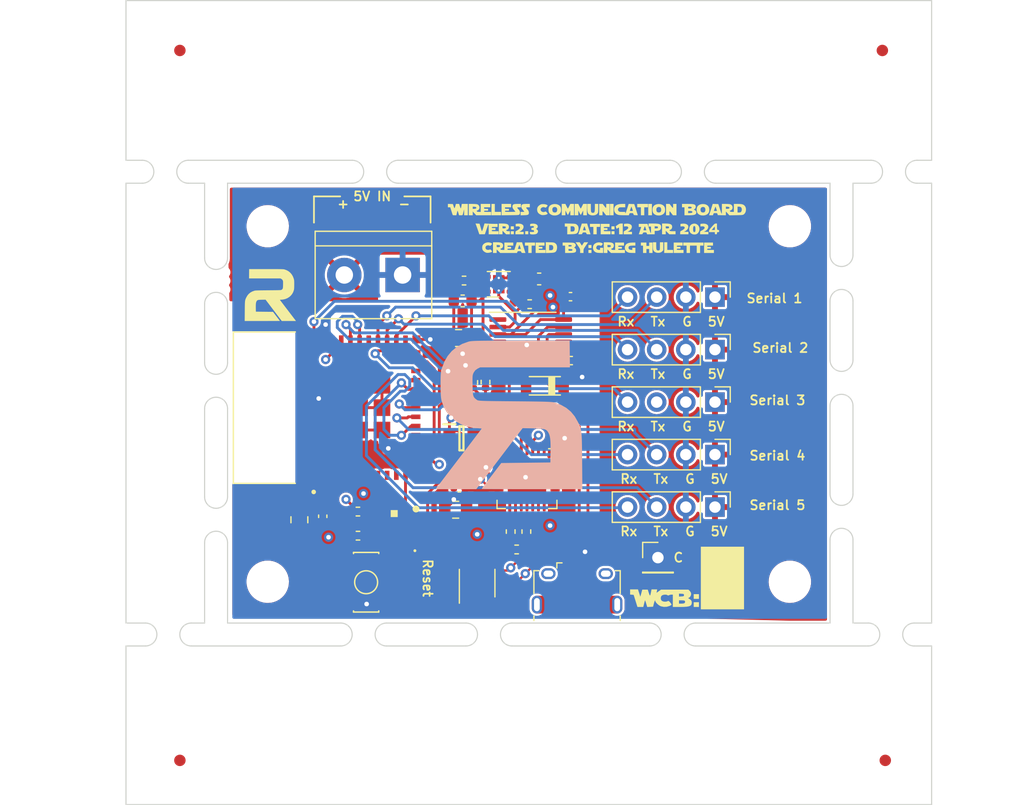
<source format=kicad_pcb>
(kicad_pcb (version 20211014) (generator pcbnew)
  (title_block (title "R2 Droid Gateway") (date "2023-07-06") (rev "1.1") (company "Created by: Greg Hulette") (comment 1 "- Creates WiFi Network for Remote Web Access") (comment 2 "- WiFi to LoRa Bridge") (comment 3 "- Buttons for Master Relay"))
  (layers (0 "F.Cu" signal) (1 "In1.Cu" signal) (2 "In2.Cu" signal) (31 "B.Cu" signal) (34 "B.Paste" user) (35 "F.Paste" user) (36 "B.SilkS" user "B.Silkscreen") (37 "F.SilkS" user "F.Silkscreen") (38 "B.Mask" user) (39 "F.Mask" user) (44 "Edge.Cuts" user))
  (net 0 "")
  (net 1 "+3V3")
  (net 2 "GND")
  (net 3 "RESET")
  (net 4 "Net-(C6-Pad2)")
  (net 5 "VBUS")
  (net 6 "+5V")
  (net 7 "Net-(D1-PadA)")
  (net 8 "USB_DP")
  (net 9 "USB_DN")
  (net 11 "unconnected-(J1-Pad6)")
  (net 13 "Net-(L2-Pad3)")
  (net 14 "DTR")
  (net 15 "RTS")
  (net 16 "GPIO0")
  (net 17 "Net-(R2-Pad1)")
  (net 18 "RXD0")
  (net 19 "Net-(R3-Pad1)")
  (net 20 "TXD0")
  (net 21 "Net-(R4-Pad2)")
  (net 22 "Net-(R6-Pad1)")
  (net 23 "Net-(R9-Pad1)")
  (net 25 "STATUS_LED_DATA")
  (net 55 "CHAIN")
  (net 59 "RX4")
  (net 60 "TX4")
  (net 61 "RX5")
  (net 62 "TX5")
  (net 63 "TX3")
  (net 64 "RX3")
  (net 65 "TX2")
  (net 66 "RX2")
  (net 67 "TX1")
  (net 68 "RX1")
  (footprint "Connector_PinHeader_2.54mm:PinHeader_1x01_P2.54mm_Vertical" (layer "F.Cu") (at 143.002 120.396)
    (fp_text reference "J8" hide)
    (fp_text value "Conn_01x01" hide)
  )
  (footprint "Connector_PinHeader_2.54mm:PinHeader_1x04_P2.54mm_Vertical" (layer "F.Cu") (at 147.974 102.259 -90)
    (fp_text reference "J4")
    (fp_text value "Conn_01x04" hide)
  )
  (footprint "Resistor_SMD:R_0402_1005Metric" (layer "F.Cu") (at 130.692 119.684 180)
    (fp_text reference "R4")
    (fp_text value "22.1K" hide)
  )
  (footprint "Custom:SOT65P230X110-6N" (layer "F.Cu") (at 125.883 109.986)
    (fp_text reference "Q2")
    (fp_text value "UMH3N" hide)
  )
  (footprint "Custom:mouse-bite-2mm-slot" (layer "F.Cu") (at 159 96.012 90)
    (fp_text reference "mouse-bite-2mm-slot" hide)
    (fp_text value "VAL**" hide)
    (fp_arc (start -2 -1) (mid -1 0) (end -2 1) (layer "Edge.Cuts") (width 0.1))
    (fp_arc (start 2 1) (mid 1 0) (end 2 -1) (layer "Edge.Cuts") (width 0.1))
  )
  (footprint "Capacitor_SMD:C_0402_1005Metric" (layer "F.Cu") (at 126.634 107.858)
    (fp_text reference "C3")
    (fp_text value ".1uF" hide)
  )
  (footprint "Resistor_SMD:R_0402_1005Metric" (layer "F.Cu") (at 131.538 118.124 -90)
    (fp_text reference "R6")
    (fp_text value "1K" hide)
  )
  (footprint "Package_SO:TSSOP-8_4.4x3mm_P0.65mm" (layer "F.Cu") (at 131.92 100.614)
    (fp_text reference "U4")
    (fp_text value "TPS2115APW" hide)
  )
  (footprint "Custom:mouse-bite-2mm-slot" (layer "F.Cu") (at 100.342 127.1)
    (fp_text reference "mouse-bite-2mm-slot" hide)
    (fp_text value "VAL**" hide)
    (fp_arc (start -2 -1) (mid -1 0) (end -2 1) (layer "Edge.Cuts") (width 0.1))
    (fp_arc (start 2 1) (mid 1 0) (end 2 -1) (layer "Edge.Cuts") (width 0.1))
  )
  (footprint "Capacitor_SMD:C_0805_2012Metric" (layer "F.Cu") (at 125.63 101.252)
    (fp_text reference "C8")
    (fp_text value "10uF" hide)
  )
  (footprint "TerminalBlock:TerminalBlock_bornier-2_P5.08mm" (layer "F.Cu") (at 120.754 95.752 180)
    (fp_text reference "J2")
    (fp_text value "Power In" hide)
  )
  (footprint "MountingHole:MountingHole_3.2mm_M3" (layer "F.Cu") (at 109 91.5)
    (fp_text reference "REF**" hide)
    (fp_text value "MountingHole_3.2mm_M3" hide)
  )
  (footprint "Custom:mouse-bite-2mm-slot" (layer "F.Cu") (at 117.36 127.1)
    (fp_text reference "mouse-bite-2mm-slot" hide)
    (fp_text value "VAL**" hide)
    (fp_arc (start -2 -1) (mid -1 0) (end -2 1) (layer "Edge.Cuts") (width 0.1))
    (fp_arc (start 2 1) (mid 1 0) (end 2 -1) (layer "Edge.Cuts") (width 0.1))
  )
  (footprint "Custom:mouse-bite-2mm-slot" (layer "F.Cu") (at 144.284 127.1)
    (fp_text reference "mouse-bite-2mm-slot" hide)
    (fp_text value "VAL**" hide)
    (fp_arc (start -2 -1) (mid -1 0) (end -2 1) (layer "Edge.Cuts") (width 0.1))
    (fp_arc (start 2 1) (mid 1 0) (end 2 -1) (layer "Edge.Cuts") (width 0.1))
  )
  (footprint "Logos:WCBv2.3Logo" (layer "F.Cu") (at 137.668 91.694)
    (fp_text reference "G***" hide)
    (fp_text value "LOGO" hide)
  )
  (footprint "Fiducial:Fiducial_1mm_Mask2mm" (layer "F.Cu") (at 101.346 138.075)
    (fp_text reference "REF**" hide)
    (fp_text value "Fiducial_1mm_Mask2mm" hide)
  )
  (footprint "Resistor_SMD:R_0402_1005Metric" (layer "F.Cu") (at 130.172 118.124 -90)
    (fp_text reference "R5")
    (fp_text value "47.5K" hide)
  )
  (footprint "Custom:mouse-bite-2mm-slot" (layer "F.Cu") (at 104.5 96.266 90)
    (fp_text reference "mouse-bite-2mm-slot" hide)
    (fp_text value "VAL**" hide)
    (fp_arc (start -2 -1) (mid -1 0) (end -2 1) (layer "Edge.Cuts") (width 0.1))
    (fp_arc (start 2 1) (mid 1 0) (end 2 -1) (layer "Edge.Cuts") (width 0.1))
  )
  (footprint "Capacitor_SMD:C_0805_2012Metric" (layer "F.Cu") (at 125.378 116.22 180)
    (fp_text reference "C4")
    (fp_text value "4.7uF" hide)
  )
  (footprint "Custom:mouse-bite-2mm-slot" (layer "F.Cu") (at 163.576 86.75)
    (fp_text reference "mouse-bite-2mm-slot" hide)
    (fp_text value "VAL**" hide)
    (fp_arc (start -2 -1) (mid -1 0) (end -2 1) (layer "Edge.Cuts") (width 0.1))
    (fp_arc (start 2 1) (mid 1 0) (end 2 -1) (layer "Edge.Cuts") (width 0.1))
  )
  (footprint "Custom:mouse-bite-2mm-slot" (layer "F.Cu") (at 104.5 105.41 -90)
    (fp_text reference "mouse-bite-2mm-slot" hide)
    (fp_text value "VAL**" hide)
    (fp_arc (start 2 1) (mid 1 0) (end 2 -1) (layer "Edge.Cuts") (width 0.1))
    (fp_arc (start -2 -1) (mid -1 0) (end -2 1) (layer "Edge.Cuts") (width 0.1))
  )
  (footprint "Resistor_SMD:R_0402_1005Metric" (layer "F.Cu") (at 126.908 105.116 90)
    (fp_text reference "R2")
    (fp_text value "1K" hide)
  )
  (footprint "Custom:mouse-bite-2mm-slot" (layer "F.Cu") (at 133.096 86.75)
    (fp_text reference "mouse-bite-2mm-slot" hide)
    (fp_text value "VAL**" hide)
    (fp_arc (start 2 1) (mid 1 0) (end 2 -1) (layer "Edge.Cuts") (width 0.1))
    (fp_arc (start -2 -1) (mid -1 0) (end -2 1) (layer "Edge.Cuts") (width 0.1))
  )
  (footprint "Resistor_SMD:R_0402_1005Metric" (layer "F.Cu") (at 116.86 116.382 180)
    (fp_text reference "R16")
    (fp_text value "470" hide)
  )
  (footprint "MountingHole:MountingHole_3.2mm_M3" (layer "F.Cu") (at 154.5 122.5)
    (fp_text reference "REF**" hide)
    (fp_text value "MountingHole_3.2mm_M3" hide)
  )
  (footprint "Fiducial:Fiducial_1mm_Mask2mm" (layer "F.Cu") (at 101.346 76.175)
    (fp_text reference "REF**" hide)
    (fp_text value "Fiducial_1mm_Mask2mm" hide)
  )
  (footprint "Custom:mouse-bite-2mm-slot" (layer "F.Cu") (at 146.05 86.75)
    (fp_text reference "mouse-bite-2mm-slot" hide)
    (fp_text value "VAL**" hide)
    (fp_arc (start 2 1) (mid 1 0) (end 2 -1) (layer "Edge.Cuts") (width 0.1))
    (fp_arc (start -2 -1) (mid -1 0) (end -2 1) (layer "Edge.Cuts") (width 0.1))
  )
  (footprint "Custom:MODULE_ESP32-PICO-MINI-02" (layer "F.Cu") (at 117.007 107.32 90)
    (fp_text reference "U1")
    (fp_text value "ESP32-PICO-MINI-02" hide)
  )
  (footprint "Custom:mouse-bite-2mm-slot" (layer "F.Cu") (at 159 105.156 -90)
    (fp_text reference "mouse-bite-2mm-slot" hide)
    (fp_text value "VAL**" hide)
    (fp_arc (start 2 1) (mid 1 0) (end 2 -1) (layer "Edge.Cuts") (width 0.1))
    (fp_arc (start -2 -1) (mid -1 0) (end -2 1) (layer "Edge.Cuts") (width 0.1))
  )
  (footprint "Connector_PinHeader_2.54mm:PinHeader_1x04_P2.54mm_Vertical" (layer "F.Cu") (at 147.974 106.836 -90)
    (fp_text reference "J5")
    (fp_text value "Conn_01x04" hide)
  )
  (footprint "Capacitor_SMD:C_0402_1005Metric" (layer "F.Cu") (at 135.444 103.216)
    (fp_text reference "C12")
    (fp_text value ".1uF" hide)
  )
  (footprint "Custom:mouse-bite-2mm-slot" (layer "F.Cu") (at 100.076 86.75)
    (fp_text reference "mouse-bite-2mm-slot" hide)
    (fp_text value "VAL**" hide)
    (fp_arc (start -2 -1) (mid -1 0) (end -2 1) (layer "Edge.Cuts") (width 0.1))
    (fp_arc (start 2 1) (mid 1 0) (end 2 -1) (layer "Edge.Cuts") (width 0.1))
  )
  (footprint "Connector_PinHeader_2.54mm:PinHeader_1x04_P2.54mm_Vertical" (layer "F.Cu") (at 147.974 115.99 -90)
    (fp_text reference "J7")
    (fp_text value "Conn_01x04" hide)
  )
  (footprint "MountingHole:MountingHole_3.2mm_M3" (layer "F.Cu") (at 109 122.5)
    (fp_text reference "REF**" hide)
    (fp_text value "MountingHole_3.2mm_M3" hide)
  )
  (footprint "Capacitor_SMD:C_0603_1608Metric" (layer "F.Cu") (at 125.988 98.012)
    (fp_text reference "C6")
    (fp_text value "1uF" hide)
  )
  (footprint "Fiducial:Fiducial_1mm_Mask2mm" (layer "F.Cu") (at 162.56 76.175)
    (fp_text reference "REF**" hide)
    (fp_text value "Fiducial_1mm_Mask2mm" hide)
  )
  (footprint "Custom:mouse-bite-2mm-slot" (layer "F.Cu") (at 163.334 127.1)
    (fp_text reference "mouse-bite-2mm-slot" hide)
    (fp_text value "VAL**" hide)
    (fp_arc (start -2 -1) (mid -1 0) (end -2 1) (layer "Edge.Cuts") (width 0.1))
    (fp_arc (start 2 1) (mid 1 0) (end 2 -1) (layer "Edge.Cuts") (width 0.1))
  )
  (footprint "Resistor_SMD:R_0402_1005Metric" (layer "F.Cu") (at 131.85 103.028)
    (fp_text reference "R9")
    (fp_text value "402" hide)
  )
  (footprint "Connector_PinHeader_2.54mm:PinHeader_1x04_P2.54mm_Vertical" (layer "F.Cu") (at 147.974 111.413 -90)
    (fp_text reference "J6")
    (fp_text value "Conn_01x04" hide)
  )
  (footprint "Custom:mouse-bite-2mm-slot" (layer "F.Cu") (at 159 116.84 90)
    (fp_text reference "mouse-bite-2mm-slot" hide)
    (fp_text value "VAL**" hide)
    (fp_arc (start -2 -1) (mid -1 0) (end -2 1) (layer "Edge.Cuts") (width 0.1))
    (fp_arc (start 2 1) (mid 1 0) (end 2 -1) (layer "Edge.Cuts") (width 0.1))
  )
  (footprint "Capacitor_SMD:C_0402_1005Metric" (layer "F.Cu") (at 113.796 116.79 -90)
    (fp_text reference "C2")
    (fp_text value ".1uF" hide)
  )
  (footprint "Resistor_SMD:R_0402_1005Metric" (layer "F.Cu") (at 127.978 105.088 90)
    (fp_text reference "R3")
    (fp_text value "1K" hide)
  )
  (footprint "Fiducial:Fiducial_1mm_Mask2mm" (layer "F.Cu") (at 162.814 138.075)
    (fp_text reference "REF**" hide)
    (fp_text value "Fiducial_1mm_Mask2mm" hide)
  )
  (footprint "Capacitor_SMD:C_0805_2012Metric" (layer "F.Cu") (at 111.76 117.094 -90)
    (fp_text reference "C1")
    (fp_text value "10uF" hide)
  )
  (footprint "Connector_USB:USB_Micro-B_Amphenol_10118194_Horizontal" (layer "F.Cu") (at 135.956 123.194)
    (fp_text reference "J1")
    (fp_text value "USB_B_Micro" hide)
  )
  (footprint "Custom:WS2812B-2020" (layer "F.Cu") (at 120.022 117.157)
    (fp_text reference "L2")
    (fp_text value "WS2812B-2020" hide)
  )
  (footprint "MountingHole:MountingHole_3.2mm_M3" (layer "F.Cu") (at 154.5 91.5)
    (fp_text reference "REF**" hide)
    (fp_text value "MountingHole_3.2mm_M3" hide)
  )
  (footprint "Capacitor_SMD:C_0402_1005Metric" (layer "F.Cu") (at 135.386 97.642)
    (fp_text reference "C9")
    (fp_text value ".1uF" hide)
  )
  (footprint "Custom:mouse-bite-2mm-slot" (layer "F.Cu") (at 118.364 86.75)
    (fp_text reference "mouse-bite-2mm-slot" hide)
    (fp_text value "VAL**" hide)
    (fp_arc (start 2 1) (mid 1 0) (end 2 -1) (layer "Edge.Cuts") (width 0.1))
    (fp_arc (start -2 -1) (mid -1 0) (end -2 1) (layer "Edge.Cuts") (width 0.1))
  )
  (footprint "Capacitor_SMD:C_0402_1005Metric" (layer "F.Cu") (at 125.696 114.304 180)
    (fp_text reference "C5")
    (fp_text value ".1uF" hide)
  )
  (footprint "Package_DFN_QFN:QFN-28-1EP_5x5mm_P0.5mm_EP3.35x3.35mm" (layer "F.Cu") (at 131.592 113.51)
    (fp_text reference "U2")
    (fp_text value "CP2102N-A02-GQFN28" hide)
  )
  (footprint "Connector_PinHeader_2.54mm:PinHeader_1x04_P2.54mm_Vertical" (layer "F.Cu") (at 147.974 97.682 -90)
    (fp_text reference "J3")
    (fp_text value "Conn_01x04" hide)
  )
  (footprint "Package_TO_SOT_SMD:SOT-143" (layer "F.Cu") (at 127.25 122.618 90)
    (fp_text reference "D2")
    (fp_text value "SP0503BAHTG" hide)
  )
  (footprint "Capacitor_SMD:C_0603_1608Metric" (layer "F.Cu") (at 132.654 96.098 180)
    (fp_text reference "C7")
    (fp_text value "1uF" hide)
  )
  (footprint "Custom:SOD3716X135N" (layer "F.Cu") (at 133.1485 105.4145 180)
    (fp_text reference "D1")
    (fp_text value "B5819W-TP" hide)
  )
  (footprint "Logos:WCBNumberv2" (layer "F.Cu") (at 145.542 122.174)
    (fp_text reference "G***" hide)
    (fp_text value "LOGO" hide)
  )
  (footprint "Resistor_SMD:R_0402_1005Metric" (layer "F.Cu") (at 131.826 98.298)
    (fp_text reference "R7")
    (fp_text value "10K" hide)
  )
  (footprint "Custom:mouse-bite-2mm-slot" (layer "F.Cu") (at 128.282 127.1)
    (fp_text reference "mouse-bite-2mm-slot" hide)
    (fp_text value "VAL**" hide)
    (fp_arc (start 2 1) (mid 1 0) (end 2 -1) (layer "Edge.Cuts") (width 0.1))
    (fp_arc (start -2 -1) (mid -1 0) (end -2 1) (layer "Edge.Cuts") (width 0.1))
  )
  (footprint "Package_SON:WSON-6-1EP_2x2mm_P0.65mm_EP1x1.6mm_ThermalVias" (layer "F.Cu") (at 129.134 96.558 180)
    (fp_text reference "U3")
    (fp_text value "LP5912-3.3DRV" hide)
  )
  (footprint "Resistor_SMD:R_0402_1005Metric" (layer "F.Cu") (at 126.108 96.238 180)
    (fp_text reference "R10")
    (fp_text value "402" hide)
  )
  (footprint "Resistor_SMD:R_0402_1005Metric" (layer "F.Cu") (at 116.866 118.484)
    (fp_text reference "R1")
    (fp_text value "10K" hide)
  )
  (footprint "Custom:mouse-bite-2mm-slot" (layer "F.Cu") (at 104.5 117.094 90)
    (fp_text reference "mouse-bite-2mm-slot" hide)
    (fp_text value "VAL**" hide)
    (fp_arc (start 2 1) (mid 1 0) (end 2 -1) (layer "Edge.Cuts") (width 0.1))
    (fp_arc (start -2 -1) (mid -1 0) (end -2 1) (layer "Edge.Cuts") (width 0.1))
  )
  (footprint "Logos:R2_Logo_V2" (layer "F.Cu") (at 109.22 97.854871)
    (fp_text reference "G***" hide)
    (fp_text value "LOGO" hide)
  )
  (footprint "Custom:SW_TL3342F160QG" (layer "F.Cu") (at 117.5765 122.5425 180)
    (fp_text reference "S1")
    (fp_text value "TL3342F160QG" hide)
  )
  (footprint "Logos:r2logoLarge" (layer "B.Cu") (at 130.048 108.966 180)
    (fp_text reference "G***" hide)
    (fp_text value "LOGO" hide)
  )
  (gr_line (start 113.03 88.9) (end 115.316 88.9) (layer "F.SilkS") (width 0.15))
  (gr_line (start 113.03 91.186) (end 113.03 88.9) (layer "F.SilkS") (width 0.15))
  (gr_line (start 123.19 88.9) (end 123.19 91.186) (layer "F.SilkS") (width 0.15))
  (gr_line (start 120.904 88.9) (end 123.19 88.9) (layer "F.SilkS") (width 0.15))
  (gr_line (start 166.85 126.1) (end 165.334 126.1) (layer "Edge.Cuts") (width 0.1))
  (gr_line (start 160 94.012) (end 160 87.75) (layer "Edge.Cuts") (width 0.1))
  (gr_line (start 115.36 128.1) (end 102.342 128.1) (layer "Edge.Cuts") (width 0.1))
  (gr_line (start 148.05 85.75) (end 161.576 85.75) (layer "Edge.Cuts") (width 0.1))
  (gr_line (start 158 103.156) (end 158 98.012) (layer "Edge.Cuts") (width 0.1))
  (gr_line (start 160 103.156) (end 160 98.012) (layer "Edge.Cuts") (width 0.1))
  (gr_line (start 158 94.012) (end 158 87.75) (layer "Edge.Cuts") (width 0.1))
  (gr_line (start 160 126.1) (end 161.334 126.1) (layer "Edge.Cuts") (width 0.1))
  (gr_line (start 146.284 126.1) (end 158 126.1) (layer "Edge.Cuts") (width 0.1))
  (gr_line (start 126.282 128.1) (end 119.36 128.1) (layer "Edge.Cuts") (width 0.1))
  (gr_line (start 105.5 98.266) (end 105.5 103.41) (layer "Edge.Cuts") (width 0.1))
  (gr_line (start 103.5 119.094) (end 103.5 126.1) (layer "Edge.Cuts") (width 0.1))
  (gr_line (start 105.5 126.1) (end 115.36 126.1) (layer "Edge.Cuts") (width 0.1))
  (gr_line (start 144.05 87.75) (end 135.096 87.75) (layer "Edge.Cuts") (width 0.1))
  (gr_line (start 166.85 85.75) (end 165.576 85.75) (layer "Edge.Cuts") (width 0.1))
  (gr_line (start 120.364 85.75) (end 131.096 85.75) (layer "Edge.Cuts") (width 0.1))
  (gr_line (start 131.096 87.75) (end 120.364 87.75) (layer "Edge.Cuts") (width 0.1))
  (gr_line (start 98.076 87.75) (end 96.65 87.75) (layer "Edge.Cuts") (width 0.1))
  (gr_line (start 103.5 115.094) (end 103.5 107.41) (layer "Edge.Cuts") (width 0.1))
  (gr_line (start 161.334 128.1) (end 146.284 128.1) (layer "Edge.Cuts") (width 0.1))
  (gr_line (start 103.5 103.41) (end 103.5 98.266) (layer "Edge.Cuts") (width 0.1))
  (gr_line (start 105.5 119.094) (end 105.5 126.1) (layer "Edge.Cuts") (width 0.1))
  (gr_line (start 158 114.84) (end 158 107.156) (layer "Edge.Cuts") (width 0.1))
  (gr_line (start 166.85 141.925) (end 166.85 128.1) (layer "Edge.Cuts") (width 0.1))
  (gr_line (start 119.36 126.1) (end 126.282 126.1) (layer "Edge.Cuts") (width 0.1))
  (gr_line (start 142.284 128.1) (end 130.282 128.1) (layer "Edge.Cuts") (width 0.1))
  (gr_line (start 160 114.84) (end 160 107.156) (layer "Edge.Cuts") (width 0.1))
  (gr_line (start 96.65 141.925) (end 166.85 141.925) (layer "Edge.Cuts") (width 0.1))
  (gr_line (start 166.85 71.825) (end 166.85 85.75) (layer "Edge.Cuts") (width 0.1))
  (gr_line (start 102.342 126.1) (end 103.5 126.1) (layer "Edge.Cuts") (width 0.1))
  (gr_line (start 165.576 87.75) (end 166.85 87.75) (layer "Edge.Cuts") (width 0.1))
  (gr_line (start 96.65 85.75) (end 98.076 85.75) (layer "Edge.Cuts") (width 0.1))
  (gr_line (start 135.096 85.75) (end 144.05 85.75) (layer "Edge.Cuts") (width 0.1))
  (gr_line (start 102.076 87.75) (end 103.5 87.75) (layer "Edge.Cuts") (width 0.1))
  (gr_line (start 105.5 87.75) (end 105.5 94.266) (layer "Edge.Cuts") (width 0.1))
  (gr_line (start 96.65 128.1) (end 96.65 141.925) (layer "Edge.Cuts") (width 0.1))
  (gr_line (start 130.282 126.1) (end 142.284 126.1) (layer "Edge.Cuts") (width 0.1))
  (gr_line (start 166.85 128.1) (end 165.334 128.1) (layer "Edge.Cuts") (width 0.1))
  (gr_line (start 96.65 71.825) (end 166.85 71.825) (layer "Edge.Cuts") (width 0.1))
  (gr_line (start 98.342 128.1) (end 96.65 128.1) (layer "Edge.Cuts") (width 0.1))
  (gr_line (start 105.5 107.41) (end 105.5 115.094) (layer "Edge.Cuts") (width 0.1))
  (gr_line (start 166.85 87.75) (end 166.85 126.1) (layer "Edge.Cuts") (width 0.1))
  (gr_line (start 161.576 87.75) (end 160 87.75) (layer "Edge.Cuts") (width 0.1))
  (gr_line (start 116.364 85.75) (end 102.076 85.75) (layer "Edge.Cuts") (width 0.1))
  (gr_line (start 98.342 126.1) (end 96.65 126.1) (layer "Edge.Cuts") (width 0.1))
  (gr_line (start 160 118.84) (end 160 126.1) (layer "Edge.Cuts") (width 0.1))
  (gr_line (start 158 87.75) (end 148.05 87.75) (layer "Edge.Cuts") (width 0.1))
  (gr_line (start 96.65 71.825) (end 96.65 85.75) (layer "Edge.Cuts") (width 0.1))
  (gr_line (start 103.5 94.266) (end 103.5 87.75) (layer "Edge.Cuts") (width 0.1))
  (gr_line (start 158 126.1) (end 158 118.84) (layer "Edge.Cuts") (width 0.1))
  (gr_line (start 96.65 87.75) (end 96.65 126.1) (layer "Edge.Cuts") (width 0.1))
  (gr_line (start 116.364 87.75) (end 105.5 87.75) (layer "Edge.Cuts") (width 0.1))
  (gr_text "5V" (at 148.082 108.966) (layer "F.SilkS") (effects (font (size 0.8 0.8))))
  (gr_text "5V" (at 148.082 104.394) (layer "F.SilkS") (effects (font (size 0.8 0.8))))
  (gr_text "Rx" (at 140.208 108.966) (layer "F.SilkS") (effects (font (size 0.8 0.8))))
  (gr_text "5V IN" (at 118.11 88.9) (layer "F.SilkS") (effects (font (size 0.8 0.8))))
  (gr_text "Serial 4" (at 153.416 111.506) (layer "F.SilkS") (effects (font (size 0.8 0.8))))
  (gr_text "Tx" (at 143.256 113.538) (layer "F.SilkS") (effects (font (size 0.8 0.8))))
  (gr_text "C" (at 144.78 120.396) (layer "F.SilkS") (effects (font (size 0.8 0.8))))
  (gr_text "Tx" (at 143.002 108.966) (layer "F.SilkS") (effects (font (size 0.8 0.8))))
  (gr_text "Tx" (at 143.002 104.394) (layer "F.SilkS") (effects (font (size 0.8 0.8))))
  (gr_text "5V" (at 148.082 99.822) (layer "F.SilkS") (effects (font (size 0.8 0.8))))
  (gr_text "G" (at 145.542 104.394) (layer "F.SilkS") (effects (font (size 0.8 0.8))))
  (gr_text "+" (at 115.57 89.662 180) (layer "F.SilkS") (effects (font (size 0.8 0.8))))
  (gr_text "Serial 5" (at 153.416 115.824) (layer "F.SilkS") (effects (font (size 0.8 0.8))))
  (gr_text "Rx" (at 140.462 113.538) (layer "F.SilkS") (effects (font (size 0.8 0.8))))
  (gr_text "5V" (at 148.336 113.538) (layer "F.SilkS") (effects (font (size 0.8 0.8))))
  (gr_text "Serial 3" (at 153.416 106.68) (layer "F.SilkS") (effects (font (size 0.8 0.8))))
  (gr_text "5V" (at 148.336 118.11) (layer "F.SilkS") (effects (font (size 0.8 0.8))))
  (gr_text "Tx" (at 143.002 99.822) (layer "F.SilkS") (effects (font (size 0.8 0.8))))
  (gr_text "-" (at 120.904 89.662 180) (layer "F.SilkS") (effects (font (size 0.8 0.8))))
  (gr_text "Rx" (at 140.208 104.394) (layer "F.SilkS") (effects (font (size 0.8 0.8))))
  (gr_text "G" (at 145.542 108.966) (layer "F.SilkS") (effects (font (size 0.8 0.8))))
  (gr_text "Serial 2" (at 153.67 102.108) (layer "F.SilkS") (effects (font (size 0.8 0.8))))
  (gr_text "Tx" (at 143.256 118.11) (layer "F.SilkS") (effects (font (size 0.8 0.8))))
  (gr_text "G" (at 145.542 99.822) (layer "F.SilkS") (effects (font (size 0.8 0.8))))
  (gr_text "Rx" (at 140.462 118.11) (layer "F.SilkS") (effects (font (size 0.8 0.8))))
  (gr_text "G" (at 145.796 113.538) (layer "F.SilkS") (effects (font (size 0.8 0.8))))
  (gr_text "G" (at 145.796 118.11) (layer "F.SilkS") (effects (font (size 0.8 0.8))))
  (gr_text "Reset" (at 122.936 122.174 270) (layer "F.SilkS") (effects (font (size 0.8 0.8))))
  (gr_text "Rx" (at 140.208 99.822) (layer "F.SilkS") (effects (font (size 0.8 0.8))))
  (gr_text "Serial 1" (at 153.162 97.79) (layer "F.SilkS") (effects (font (size 0.8 0.8))))
  (segment (start 128.218 115.01) (end 127.718 114.51) (width 0.25) (layer "F.Cu") (net 1))
  (segment (start 129.142 114.51) (end 127.552 114.51) (width 0.25) (layer "F.Cu") (net 1))
  (segment (start 126.382 114.51) (end 126.176 114.304) (width 0.25) (layer "F.Cu") (net 1))
  (segment (start 127.552 114.51) (end 126.382 114.51) (width 0.25) (layer "F.Cu") (net 1))
  (segment (start 129.142 115.01) (end 128.218 115.01) (width 0.25) (layer "F.Cu") (net 1))
  (segment (start 127.718 114.51) (end 127.552 114.51) (width 0.25) (layer "F.Cu") (net 1))
  (via (at 117.348 114.808) (size 0.8) (drill 0.4) (layers "F.Cu" "B.Cu") (net 1))
  (via (at 134.874 109.982) (size 0.8) (drill 0.4) (layers "F.Cu" "B.Cu") (net 1))
  (via (at 133.604 117.602) (size 0.8) (drill 0.4) (layers "F.Cu" "B.Cu") (net 1))
  (via (at 127.254 118.364) (size 0.8) (drill 0.4) (layers "F.Cu" "B.Cu") (net 1))
  (via (at 133.604 97.536) (size 0.8) (drill 0.4) (layers "F.Cu" "B.Cu") (net 1))
  (via (at 125.984 102.616) (size 0.8) (drill 0.4) (layers "F.Cu" "B.Cu") (net 1))
  (via (at 114.3 118.618) (size 0.8) (drill 0.4) (layers "F.Cu" "B.Cu") (net 1))
  (via (at 133.858 98.552) (size 0.8) (drill 0.4) (layers "F.Cu" "B.Cu") (net 1))
  (segment (start 117.007 109.27) (end 115.057 109.27) (width 0.25) (layer "F.Cu") (net 2))
  (segment (start 129.9215 96.008) (end 130.0215 95.908) (width 0.25) (layer "F.Cu") (net 2))
  (segment (start 113.444 106.52) (end 114.257 106.52) (width 0.25) (layer "F.Cu") (net 2))
  (segment (start 128.46552 110.386192) (end 128.46552 109.20952) (width 0.25) (layer "F.Cu") (net 2))
  (segment (start 112.776 124.206) (end 113.0125 124.4425) (width 0.25) (layer "F.Cu") (net 2))
  (segment (start 131.4415 94.488) (end 130.0215 95.908) (width 0.25) (layer "F.Cu") (net 2))
  (segment (start 131.589328 113.51) (end 128.46552 110.386192) (width 0.25) (layer "F.Cu") (net 2))
  (segment (start 121.007 110.865) (end 121.007 112.673) (width 0.25) (layer "F.Cu") (net 2))
  (segment (start 129.0575 100.289) (end 130.089 100.289) (width 0.25) (layer "F.Cu") (net 2))
  (segment (start 118.957 107.32) (end 117.007 107.32) (width 0.25) (layer "F.Cu") (net 2))
  (segment (start 121.007 113.22) (end 121.007 116.477) (width 0.25) (layer "F.Cu") (net 2))
  (segment (start 115.057 107.32) (end 115.057 105.37) (width 0.25) (layer "F.Cu") (net 2))
  (segment (start 136.398 104.648) (end 135.924 104.174) (width 0.25) (layer "F.Cu") (net 2))
  (segment (start 125.213 100.719) (end 124.68 101.252) (width 0.25) (layer "F.Cu") (net 2))
  (segment (start 135.866 97.63507) (end 135.866 97.642) (width 0.25) (layer "F.Cu") (net 2))
  (segment (start 125.222 98.003) (end 125.222 96.614) (width 0.25) (layer "F.Cu") (net 2))
  (segment (start 130.556 99.822) (end 130.556 99.03) (width 0.25) (layer "F.Cu") (net 2))
  (segment (start 112.776 120.904) (end 112.776 124.206) (width 0.25) (layer "F.Cu") (net 2))
  (segment (start 129.134 96.008) (end 129.9215 96.008) (width 0.25) (layer "F.Cu") (net 2))
  (segment (start 132.36 103.028) (end 132.36 102.642) (width 0.25) (layer "F.Cu") (net 2))
  (segment (start 130.556 99.03) (end 129.134 97.608) (width 0.25) (layer "F.Cu") (net 2))
  (segment (start 112.057 113.27) (end 113.757 113.27) (width 0.25) (layer "F.Cu") (net 2))
  (segment (start 135.924 104.174) (end 135.924 103.216) (width 0.25) (layer "F.Cu") (net 2))
  (segment (start 113.0125 124.4425) (end 114.4265 124.4425) (width 0.25) (layer "F.Cu") (net 2))
  (segment (start 119.507 110.871) (end 121.007 112.371) (width 0.25) (layer "F.Cu") (net 2))
  (segment (start 130.089 100.289) (end 130.556 99.822) (width 0.25) (layer "F.Cu") (net 2))
  (segment (start 121.957 113.27) (end 121.057 113.27) (width 0.25) (layer "F.Cu") (net 2))
  (segment (start 118.957 109.27) (end 118.957 110.321) (width 0.25) (layer "F.Cu") (net 2))
  (segment (start 128.584 96.558) (end 129.134 97.108) (width 0.25) (layer "F.Cu") (net 2))
  (segment (start 125.476 120.142) (end 124.968 120.65) (width 0.25) (layer "F.Cu") (net 2))
  (segment (start 121.057 113.27) (end 121.007 113.22) (width 0.25) (layer "F.Cu") (net 2))
  (segment (start 125.222 96.614) (end 125.598 96.238) (width 0.25) (layer "F.Cu") (net 2))
  (segment (start 125.216 114.304) (end 125.216 115.322) (width 0.25) (layer "F.Cu") (net 2))
  (segment (start 125.213 98.012) (end 125.222 98.003) (width 0.25) (layer "F.Cu") (net 2))
  (segment (start 131.288 98.298) (end 130.556 99.03) (width 0.25) (layer "F.Cu") (net 2))
  (segment (start 121.007 112.371) (end 121.007 112.673) (width 0.25) (layer "F.Cu") (net 2))
  (segment (start 134.32893 96.098) (end 135.866 97.63507) (width 0.25) (layer "F.Cu") (net 2))
  (segment (start 121.007 112.673) (end 121.007 113.22) (width 0.25) (layer "F.Cu") (net 2))
  (segment (start 133.429 96.098) (end 134.32893 96.098) (width 0.25) (layer "F.Cu") (net 2))
  (segment (start 131.092 113.01) (end 131.469 113.387) (width 0.25) (layer "F.Cu") (net 2))
  (segment (start 124.968 120.65) (end 124.968 122.682) (width 0.25) (layer "F.Cu") (net 2))
  (segment (start 115.057 105.37) (end 118.957 105.37) (width 0.25) (layer "F.Cu") (net 2))
  (segment (start 123.166 101.37) (end 121.957 101.37) (width 0.25) (layer "F.Cu") (net 2))
  (segment (start 128.46552 109.20952) (end 127.114 107.858) (width 0.25) (layer "F.Cu") (net 2))
  (segment (start 114.257 106.52) (end 115.057 107.32) (width 0.25) (layer "F.Cu") (net 2))
  (segment (start 112.107 106.52) (end 113.444 106.52) (width 0.25) (layer "F.Cu") (net 2))
  (segment (start 133.429 95.075) (end 132.842 94.488) (width 0.25) (layer "F.Cu") (net 2))
  (segment (start 125.216 115.322) (end 125.216 115.432) (width 0.25) (layer "F.Cu") (net 2))
  (segment (start 125.216 115.432) (end 124.428 116.22) (width 0.25) (layer "F.Cu") (net 2))
  (segment (start 120.7265 124.4425) (end 125.7555 124.4425) (width 0.25) (layer "F.Cu") (net 2))
  (segment (start 112.057 101.37) (end 112.057 113.27) (width 0.25) (layer "F.Cu") (net 2))
  (segment (start 128.524 120.142) (end 125.476 120.142) (width 0.25) (layer "F.Cu") (net 2))
  (segment (start 124.562 101.37) (end 123.166 101.37) (width 0.25) (layer "F.Cu") (net 2))
  (segment (start 113.757 113.27) (end 113.807 113.22) (width 0.25) (layer "F.Cu") (net 2))
  (segment (start 128.2465 96.558) (end 128.584 96.558) (width 0.25) (layer "F.Cu") (net 2))
  (segment (start 131.316 98.298) (end 131.288 98.298) (width 0.25) (layer "F.Cu") (net 2))
  (segment (start 118.957 110.321) (end 119.507 110.871) (width 0.25) (layer "F.Cu") (net 2))
  (segment (start 111.76 118.044) (end 111.76 119.888) (width 0.25) (layer "F.Cu") (net 2))
  (segment (start 129.134 97.608) (end 129.134 97.108) (width 0.25) (layer "F.Cu") (net 2))
  (segment (start 118.957 109.27) (end 117.007 109.27) (width 0.25) (layer "F.Cu") (net 2))
  (segment (start 125.7555 124.4425) (end 126.48 123.718) (width 0.25) (layer "F.Cu") (net 2))
  (segment (start 132.842 94.488) (end 131.4415 94.488) (width 0.25) (layer "F.Cu") (net 2))
  (segment (start 115.057 109.27) (end 115.057 107.32) (width 0.25) (layer "F.Cu") (net 2))
  (segment (start 135.924 102.7305) (end 135.924 103.216) (width 0.25) (layer "F.Cu") (net 2))
  (segment (start 121.907 110.52) (end 121.352 110.52) (width 0.25) (layer "F.Cu") (net 2))
  (segment (start 121.007 116.477) (end 121.037 116.507) (width 0.25) (layer "F.Cu") (net 2))
  (segment (start 124.68 101.252) (end 124.562 101.37) (width 0.25) (layer "F.Cu") (net 2))
  (segment (start 121.352 110.52) (end 121.007 110.865) (width 0.25) (layer "F.Cu") (net 2))
  (segment (start 125.213 98.012) (end 125.213 100.719) (width 0.25) (layer "F.Cu") (net 2))
  (segment (start 112.534 117.27) (end 111.76 118.044) (width 0.25) (layer "F.Cu") (net 2))
  (segment (start 111.76 119.888) (end 112.776 120.904) (width 0.25) (layer "F.Cu") (net 2))
  (segment (start 126.004 123.718) (end 126.48 123.718) (width 0.25) (layer "F.Cu") (net 2))
  (segment (start 114.4265 124.4425) (end 117.6195 124.4425) (width 0.25) (layer "F.Cu") (net 2))
  (segment (start 118.957 105.37) (end 118.957 107.32) (width 0.25) (layer "F.Cu") (net 2))
  (segment (start 132.36 102.642) (end 131.572 101.854) (width 0.25) (layer "F.Cu") (net 2))
  (segment (start 113.796 117.27) (end 112.534 117.27) (width 0.25) (layer "F.Cu") (net 2))
  (segment (start 131.592 113.51) (end 131.589328 113.51) (width 0.25) (layer "F.Cu") (net 2))
  (segment (start 117.6195 124.4425) (end 120.7265 124.4425) (width 0.25) (layer "F.Cu") (net 2))
  (segment (start 137.256 120.492) (end 136.652 119.888) (width 0.25) (layer "F.Cu") (net 2))
  (segment (start 133.429 96.098) (end 133.429 95.075) (width 0.25) (layer "F.Cu") (net 2))
  (segment (start 130.172 118.634) (end 130.032 118.634) (width 0.25) (layer "F.Cu") (net 2))
  (segment (start 130.032 118.634) (end 128.524 120.142) (width 0.25) (layer "F.Cu") (net 2))
  (segment (start 124.968 122.682) (end 126.004 123.718) (width 0.25) (layer "F.Cu") (net 2))
  (segment (start 137.256 121.794) (end 137.256 120.492) (width 0.25) (layer "F.Cu") (net 2))
  (segment (start 131.469 113.387) (end 131.592 113.51) (width 0.25) (layer "F.Cu") (net 2))
  (segment (start 129.142 113.01) (end 131.092 113.01) (width 0.25) (layer "F.Cu") (net 2))
  (segment (start 134.7825 101.589) (end 135.924 102.7305) (width 0.25) (layer "F.Cu") (net 2))
  (via (at 136.398 104.648) (size 0.8) (drill 0.4) (layers "F.Cu" "B.Cu") (net 2))
  (via (at 113.444 106.52) (size 0.8) (drill 0.4) (layers "F.Cu" "B.Cu") (net 2))
  (via (at 119.507 110.871) (size 0.8) (drill 0.4) (layers "F.Cu" "B.Cu") (net 2))
  (via (at 131.469 113.387) (size 0.8) (drill 0.4) (layers "F.Cu" "B.Cu") (net 2))
  (via (at 123.166 101.37) (size 0.8) (drill 0.4) (layers "F.Cu" "B.Cu") (net 2))
  (via (at 125.216 115.322) (size 0.8) (drill 0.4) (layers "F.Cu" "B.Cu") (net 2))
  (via (at 117.6195 124.4425) (size 0.8) (drill 0.4) (layers "F.Cu" "B.Cu") (net 2))
  (via (at 131.572 101.854) (size 0.8) (drill 0.4) (layers "F.Cu" "B.Cu") (net 2))
  (via (at 136.652 119.888) (size 0.8) (drill 0.4) (layers "F.Cu" "B.Cu") (net 2))
  (segment (start 117.376 118.484) (end 117.764 118.872) (width 0.25) (layer "F.Cu") (net 3))
  (segment (start 120.7265 120.6425) (end 119.5345 120.6425) (width 0.25) (layer "F.Cu") (net 3))
  (segment (start 114.4265 120.6425) (end 115.2175 120.6425) (width 0.25) (layer "F.Cu") (net 3))
  (segment (start 119.831511 118.674489) (end 119.831511 115.259511) (width 0.25) (layer "F.Cu") (net 3))
  (segment (start 126.954022 113.03) (end 127.291489 112.692533) (width 0.25) (layer "F.Cu") (net 3))
  (segment (start 127.291489 112.692533) (end 127.291489 111.976511) (width 0.25) (layer "F.Cu") (net 3))
  (segment (start 121.863511 118.674489) (end 122.936 117.602) (width 0.25) (layer "F.Cu") (net 3))
  (segment (start 117.764 118.872) (end 119.634 118.872) (width 0.25) (layer "F.Cu") (net 3))
  (segment (start 127.291489 111.976511) (end 128.016 111.252) (width 0.25) (layer "F.Cu") (net 3))
  (segment (start 128.016 109.669978) (end 127.682022 109.336) (width 0.25) (layer "F.Cu") (net 3))
  (segment (start 118.607 114.035) (end 118.607 113.22) (width 0.25) (layer "F.Cu") (net 3))
  (segment (start 126.154 107.858) (end 126.154 108.557) (width 0.25) (layer "F.Cu") (net 3))
  (segment (start 124.714 113.03) (end 126.954022 113.03) (width 0.25) (layer "F.Cu") (net 3))
  (segment (start 126.154 108.557) (end 126.933 109.336) (width 0.25) (layer "F.Cu") (net 3))
  (segment (start 119.5345 120.6425) (end 117.376 118.484) (width 0.25) (layer "F.Cu") (net 3))
  (segment (start 119.634 118.872) (end 119.831511 118.674489) (width 0.25) (layer "F.Cu") (net 3))
  (segment (start 128.016 111.252) (end 128.016 109.669978) (width 0.25) (layer "F.Cu") (net 3))
  (segment (start 122.936 114.808) (end 124.714 113.03) (width 0.25) (layer "F.Cu") (net 3))
  (segment (start 119.831511 115.259511) (end 118.607 114.035) (width 0.25) (layer "F.Cu") (net 3))
  (segment (start 122.936 117.602) (end 122.936 114.808) (width 0.25) (layer "F.Cu") (net 3))
  (segment (start 115.2175 120.6425) (end 117.376 118.484) (width 0.25) (layer "F.Cu") (net 3))
  (segment (start 127.682022 109.336) (end 126.933 109.336) (width 0.25) (layer "F.Cu") (net 3))
  (segment (start 119.831511 118.674489) (end 121.863511 118.674489) (width 0.25) (layer "F.Cu") (net 3))
  (segment (start 132.588 101.092) (end 133.391 100.289) (width 0.25) (layer "F.Cu") (net 4))
  (segment (start 128.2465 97.208) (end 127.942 97.208) (width 0.25) (layer "F.Cu") (net 4))
  (segment (start 127.942 97.208) (end 127.508 96.774) (width 0.25) (layer "F.Cu") (net 4))
  (segment (start 127.508 96.774) (end 127.508 96.504977) (width 0.25) (layer "F.Cu") (net 4))
  (segment (start 127.762 102.108) (end 129.286 103.632) (width 0.25) (layer "F.Cu") (net 4))
  (segment (start 131.228141 103.886) (end 132.471859 103.886) (width 0.25) (layer "F.Cu") (net 4))
  (segment (start 126.763 98.012) (end 127.4425 98.012) (width 0.25) (layer "F.Cu") (net 4))
  (segment (start 126.948 95.908) (end 128.2465 95.908) (width 0.25) (layer "F.Cu") (net 4))
  (segment (start 132.471859 103.886) (end 132.95452 103.403339) (width 0.25) (layer "F.Cu") (net 4))
  (segment (start 132.95452 102.600802) (end 132.588 102.234282) (width 0.25) (layer "F.Cu") (net 4))
  (segment (start 129.286 103.632) (end 130.974141 103.632) (width 0.25) (layer "F.Cu") (net 4))
  (segment (start 127.762 97.6925) (end 127.762 102.108) (width 0.25) (layer "F.Cu") (net 4))
  (segment (start 126.763 98.012) (end 126.763 101.069) (width 0.25) (layer "F.Cu") (net 4))
  (segment (start 128.2465 97.208) (end 127.762 97.6925) (width 0.25) (layer "F.Cu") (net 4))
  (segment (start 127.508 96.504977) (end 128.104977 95.908) (width 0.25) (layer "F.Cu") (net 4))
  (segment (start 127.4425 98.012) (end 128.2465 97.208) (width 0.25) (layer "F.Cu") (net 4))
  (segment (start 132.95452 103.403339) (end 132.95452 102.600802) (width 0.25) (layer "F.Cu") (net 4))
  (segment (start 126.618 96.238) (end 126.948 95.908) (width 0.25) (layer "F.Cu") (net 4))
  (segment (start 132.588 102.234282) (end 132.588 101.092) (width 0.25) (layer "F.Cu") (net 4))
  (segment (start 126.763 101.069) (end 126.58 101.252) (width 0.25) (layer "F.Cu") (net 4))
  (segment (start 128.104977 95.908) (end 128.2465 95.908) (width 0.25) (layer "F.Cu") (net 4))
  (segment (start 130.974141 103.632) (end 131.228141 103.886) (width 0.25) (layer "F.Cu") (net 4))
  (segment (start 133.391 100.289) (end 134.7825 100.289) (width 0.25) (layer "F.Cu") (net 4))
  (segment (start 134.964 105.2373) (end 134.7868 105.4145) (width 0.25) (layer "F.Cu") (net 5))
  (segment (start 131.202 119.684) (end 134.824 119.684) (width 0.25) (layer "F.Cu") (net 5))
  (segment (start 130.048 106.172) (end 130.048 104.648) (width 0.25) (layer "F.Cu") (net 5))
  (segment (start 132.08 108.204) (end 130.048 106.172) (width 0.25) (layer "F.Cu") (net 5))
  (segment (start 136.144 118.364) (end 136.144 108.966) (width 0.25) (layer "F.Cu") (net 5))
  (segment (start 136.144 108.966) (end 135.382 108.204) (width 0.25) (layer "F.Cu") (net 5))
  (segment (start 133.35 101.602) (end 134.964 103.216) (width 0.25) (layer "F.Cu") (net 5))
  (segment (start 135.382 108.204) (end 132.08 108.204) (width 0.25) (layer "F.Cu") (net 5))
  (segment (start 130.048 104.648) (end 130.302 104.394) (width 0.25) (layer "F.Cu") (net 5))
  (segment (start 133.35 101.092) (end 133.35 101.602) (width 0.25) (layer "F.Cu") (net 5))
  (segment (start 133.503 100.939) (end 133.35 101.092) (width 0.25) (layer "F.Cu") (net 5))
  (segment (start 134.824 119.684) (end 136.144 118.364) (width 0.25) (layer "F.Cu") (net 5))
  (segment (start 133.6085 105.4145) (end 134.7868 105.4145) (width 0.25) (layer "F.Cu") (net 5))
  (segment (start 132.588 104.394) (end 133.6085 105.4145) (width 0.25) (layer "F.Cu") (net 5))
  (segment (start 134.7825 100.939) (end 133.503 100.939) (width 0.25) (layer "F.Cu") (net 5))
  (segment (start 130.302 104.394) (end 132.588 104.394) (width 0.25) (layer "F.Cu") (net 5))
  (segment (start 134.964 103.216) (end 134.964 105.2373) (width 0.25) (layer "F.Cu") (net 5))
  (segment (start 132.771 99.639) (end 131.471 100.939) (width 0.25) (layer "F.Cu") (net 6))
  (segment (start 134.7825 99.639) (end 132.771 99.639) (width 0.25) (layer "F.Cu") (net 6))
  (segment (start 136.398 98.298) (end 135.55507 98.298) (width 0.25) (layer "F.Cu") (net 6))
  (segment (start 136.906 97.79) (end 136.398 98.298) (width 0.25) (layer "F.Cu") (net 6))
  (segment (start 130.201 100.939) (end 129.0575 100.939) (width 0.25) (layer "F.Cu") (net 6))
  (segment (start 132.336 98.298) (end 132.336 98.804) (width 0.25) (layer "F.Cu") (net 6))
  (segment (start 134.7825 97.7655) (end 134.906 97.642) (width 0.25) (layer "F.Cu") (net 6))
  (segment (start 136.906 93.218) (end 136.906 97.79) (width 0.25) (layer "F.Cu") (net 6))
  (segment (start 131.471 100.939) (end 130.201 100.939) (width 0.25) (layer "F.Cu") (net 6))
  (segment (start 132.336 98.804) (end 130.201 100.939) (width 0.25) (layer "F.Cu") (net 6))
  (segment (start 134.906 97.642) (end 134.906 97.64893) (width 0.25) (layer "F.Cu") (net 6))
  (segment (start 134.7825 99.639) (end 134.7825 97.7655) (width 0.25) (layer "F.Cu") (net 6))
  (segment (start 135.55507 98.298) (end 134.906 97.64893) (width 0.25) (layer "F.Cu") (net 6))
  (segment (start 136.906 107.95) (end 136.398 107.442) (width 0.25) (layer "F.Cu") (net 7))
  (segment (start 139.446 122.936) (end 139.446 120.904) (width 0.25) (layer "F.Cu") (net 7))
  (segment (start 136.398 107.442) (end 132.588 107.442) (width 0.25) (layer "F.Cu") (net 7))
  (segment (start 132.588 107.442) (end 131.5102 106.3642) (width 0.25) (layer "F.Cu") (net 7))
  (segment (start 128.523511 123.394489) (end 133.399511 123.394489) (width 0.25) (layer "F.Cu") (net 7))
  (segment (start 133.399511 123.394489) (end 134.656 122.138) (width 0.25) (layer "F.Cu") (net 7))
  (segment (start 134.873 122.936) (end 139.446 122.936) (width 0.25) (layer "F.Cu") (net 7))
  (segment (start 134.656 122.138) (end 134.656 121.794) (width 0.25) (layer "F.Cu") (net 7))
  (segment (start 136.906 118.364) (end 136.906 107.95) (width 0.25) (layer "F.Cu") (net 7))
  (segment (start 139.446 120.904) (end 136.906 118.364) (width 0.25) (layer "F.Cu") (net 7))
  (segment (start 128.2 123.718) (end 128.523511 123.394489) (width 0.25) (layer "F.Cu") (net 7))
  (segment (start 134.656 121.794) (end 134.656 122.719) (width 0.25) (layer "F.Cu") (net 7))
  (segment (start 131.5102 106.3642) (end 131.5102 105.4145) (width 0.25) (layer "F.Cu") (net 7))
  (segment (start 134.656 122.719) (end 134.873 122.936) (width 0.25) (layer "F.Cu") (net 7))
  (segment (start 129.06652 113.43452) (end 128.654547 113.43452) (width 0.2) (layer "F.Cu") (net 8))
  (segment (start 128.654547 113.43452) (end 128.016 112.795973) (width 0.2) (layer "F.Cu") (net 8))
  (segment (start 130.95552 120.50448) (end 130.175 121.285) (width 0.2) (layer "F.Cu") (net 8))
  (segment (start 135.179 120.142) (end 132.588 120.142) (width 0.2) (layer "F.Cu") (net 8))
  (segment (start 129.942 121.518) (end 128.2 121.518) (width 0.2) (layer "F.Cu") (net 8))
  (segment (start 132.588 120.142) (end 132.22552 120.50448) (width 0.2) (layer "F.Cu") (net 8))
  (segment (start 135.956 121.794) (end 135.956 120.919) (width 0.2) (layer "F.Cu") (net 8))
  (segment (start 130.175 121.285) (end 129.942 121.518) (width 0.2) (layer "F.Cu") (net 8))
  (segment (start 135.956 120.919) (end 135.179 120.142) (width 0.2) (layer "F.Cu") (net 8))
  (segment (start 128.016 112.795973) (end 128.016 112.522) (width 0.2) (layer "F.Cu") (net 8))
  (segment (start 132.22552 120.50448) (end 130.95552 120.50448) (width 0.2) (layer "F.Cu") (net 8))
  (segment (start 129.142 113.51) (end 129.06652 113.43452) (width 0.2) (layer "F.Cu") (net 8))
  (via (at 130.175 121.285) (size 0.8) (drill 0.4) (layers "F.Cu" "B.Cu") (net 8))
  (via (at 128.016 112.522) (size 0.8) (drill 0.4) (layers "F.Cu" "B.Cu") (net 8))
  (segment (start 131.445 121.793) (end 130.720489 122.517511) (width 0.2) (layer "F.Cu") (net 9))
  (segment (start 127.299511 122.517511) (end 126.3 121.518) (width 0.2) (layer "F.Cu") (net 9))
  (segment (start 132.334 120.904) (end 131.445 121.793) (width 0.2) (layer "F.Cu") (net 9))
  (segment (start 135.206489 120.819489) (end 134.241 120.819489) (width 0.2) (layer "F.Cu") (net 9))
  (segment (start 135.306 121.794) (end 135.306 120.919) (width 0.2) (layer "F.Cu") (net 9))
  (segment (start 130.720489 122.517511) (end 127.299511 122.517511) (width 0.2) (layer "F.Cu") (net 9))
  (segment (start 135.306 120.919) (end 135.206489 120.819489) (width 0.2) (layer "F.Cu") (net 9))
  (segment (start 127.544 113.538) (end 127.526 113.556) (width 0.2) (layer "F.Cu") (net 9))
  (segment (start 134.241 120.819489) (end 134.156489 120.904) (width 0.2) (layer "F.Cu") (net 9))
  (segment (start 134.156489 120.904) (end 132.334 120.904) (width 0.2) (layer "F.Cu") (net 9))
  (segment (start 128.016 114.01) (end 127.544 113.538) (width 0.2) (layer "F.Cu") (net 9))
  (segment (start 129.142 114.01) (end 128.016 114.01) (width 0.2) (layer "F.Cu") (net 9))
  (via (at 127.526 113.556) (size 0.8) (drill 0.4) (layers "F.Cu" "B.Cu") (net 9))
  (via (at 131.445 121.793) (size 0.8) (drill 0.4) (layers "F.Cu" "B.Cu") (net 9))
  (segment (start 132.456 124.494) (end 139.456 124.494) (width 0.25) (layer "F.Cu") (net 11))
  (segment (start 119.007 116.507) (end 117.495 116.507) (width 0.25) (layer "F.Cu") (net 13))
  (segment (start 117.495 116.507) (end 117.37 116.382) (width 0.25) (layer "F.Cu") (net 13))
  (segment (start 130.092 111.06) (end 130.092 109.86907) (width 0.25) (layer "F.Cu") (net 14))
  (segment (start 123.952 109.982) (end 123.952 107.188) (width 0.25) (layer "F.Cu") (net 14))
  (segment (start 124.833 109.986) (end 123.956 109.986) (width 0.25) (layer "F.Cu") (net 14))
  (segment (start 130.092 109.86907) (end 127.15693 106.934) (width 0.25) (layer "F.Cu") (net 14))
  (segment (start 123.956 109.986) (end 123.952 109.982) (width 0.25) (layer "F.Cu") (net 14))
  (segment (start 127.15693 106.934) (end 124.206 106.934) (width 0.25) (layer "F.Cu") (net 14))
  (segment (start 126.256282 110.636) (end 125.606282 109.986) (width 0.25) (layer "F.Cu") (net 14))
  (segment (start 125.606282 109.986) (end 124.833 109.986) (width 0.25) (layer "F.Cu") (net 14))
  (segment (start 123.952 107.188) (end 124.206 106.934) (width 0.25) (layer "F.Cu") (net 14))
  (segment (start 126.933 110.636) (end 126.256282 110.636) (width 0.25) (layer "F.Cu") (net 14))
  (segment (start 125.592 109.336) (end 126.242 109.986) (width 0.25) (layer "F.Cu") (net 15))
  (segment (start 132.092 111.06) (end 132.092 110.224) (width 0.25) (layer "F.Cu") (net 15))
  (segment (start 124.833 109.336) (end 124.833 108.339) (width 0.25) (layer "F.Cu") (net 15))
  (segment (start 132.092 110.224) (end 132.588 109.728) (width 0.25) (layer "F.Cu") (net 15))
  (segment (start 124.833 108.339) (end 124.968 108.204) (width 0.25) (layer "F.Cu") (net 15))
  (segment (start 126.242 109.986) (end 126.933 109.986) (width 0.25) (layer "F.Cu") (net 15))
  (segment (start 124.833 109.336) (end 125.592 109.336) (width 0.25) (layer "F.Cu") (net 15))
  (via (at 124.968 108.204) (size 0.8) (drill 0.4) (layers "F.Cu" "B.Cu") (net 15))
  (via (at 132.588 109.728) (size 0.8) (drill 0.4) (layers "F.Cu" "B.Cu") (net 15))
  (segment (start 124.833 110.636) (end 123.970283 110.636) (width 0.25) (layer "F.Cu") (net 16))
  (segment (start 122.878 103.32) (end 121.907 103.32) (width 0.25) (layer "F.Cu") (net 16))
  (segment (start 123.50248 103.94448) (end 122.878 103.32) (width 0.25) (layer "F.Cu") (net 16))
  (segment (start 123.50248 110.168197) (end 123.50248 103.94448) (width 0.25) (layer "F.Cu") (net 16))
  (segment (start 123.970283 110.636) (end 123.50248 110.168197) (width 0.25) (layer "F.Cu") (net 16))
  (segment (start 131.092 111.06) (end 131.092 109.81) (width 0.25) (layer "F.Cu") (net 17))
  (segment (start 131.092 109.81) (end 126.908 105.626) (width 0.25) (layer "F.Cu") (net 17))
  (segment (start 117.007 101.42) (end 117.007 100.243) (width 0.25) (layer "F.Cu") (net 18))
  (segment (start 125.18 104.606) (end 124.714 104.14) (width 0.25) (layer "F.Cu") (net 18))
  (segment (start 126.908 104.606) (end 125.18 104.606) (width 0.25) (layer "F.Cu") (net 18))
  (segment (start 117.007 100.243) (end 116.84 100.076) (width 0.25) (layer "F.Cu") (net 18))
  (via (at 124.714 104.14) (size 0.8) (drill 0.4) (layers "F.Cu" "B.Cu") (net 18))
  (via (at 116.84 100.076) (size 0.8) (drill 0.4) (layers "F.Cu" "B.Cu") (net 18))
  (segment (start 115.062 100.338614) (end 115.062 99.813386) (width 0.25) (layer "B.Cu") (net 18))
  (segment (start 115.062 99.813386) (end 115.523897 99.351489) (width 0.25) (layer "B.Cu") (net 18))
  (segment (start 116.069386 101.346) (end 115.062 100.338614) (width 0.25) (layer "B.Cu") (net 18))
  (segment (start 124.000678 103.865009) (end 121.481669 101.346) (width 0.25) (layer "B.Cu") (net 18))
  (segment (start 115.523897 99.351489) (end 116.369489 99.351489) (width 0.25) (layer "B.Cu") (net 18))
  (segment (start 124.439009 103.865009) (end 124.000678 103.865009) (width 0.25) (layer "B.Cu") (net 18))
  (segment (start 124.714 104.14) (end 124.439009 103.865009) (width 0.25) (layer "B.Cu") (net 18))
  (segment (start 121.481669 101.346) (end 116.069386 101.346) (width 0.25) (layer "B.Cu") (net 18))
  (segment (start 116.369489 99.351489) (end 116.84 99.822) (width 0.25) (layer "B.Cu") (net 18))
  (segment (start 116.84 99.822) (end 116.84 100.076) (width 0.25) (layer "B.Cu") (net 18))
  (segment (start 131.592 111.06) (end 131.592 109.674282) (width 0.25) (layer "F.Cu") (net 19))
  (segment (start 131.592 109.674282) (end 127.978 106.060282) (width 0.25) (layer "F.Cu") (net 19))
  (segment (start 127.978 106.060282) (end 127.978 105.598) (width 0.25) (layer "F.Cu") (net 19))
  (segment (start 127.978 104.578) (end 127.032 103.632) (width 0.25) (layer "F.Cu") (net 20))
  (segment (start 116.207 101.42) (end 116.207 100.459) (width 0.25) (layer "F.Cu") (net 20))
  (segment (start 116.207 100.459) (end 115.824 100.076) (width 0.25) (layer "F.Cu") (net 20))
  (segment (start 127.032 103.632) (end 126.238 103.632) (width 0.25) (layer "F.Cu") (net 20))
  (via (at 126.238 103.632) (size 0.8) (drill 0.4) (layers "F.Cu" "B.Cu") (net 20))
  (via (at 115.824 100.076) (size 0.8) (drill 0.4) (layers "F.Cu" "B.Cu") (net 20))
  (segment (start 124.243489 103.415489) (end 126.021489 103.415489) (width 0.25) (layer "B.Cu") (net 20))
  (segment (start 121.628511 100.800511) (end 122.441489 101.613489) (width 0.25) (layer "B.Cu") (net 20))
  (segment (start 115.824 100.076) (end 115.824 100.084614) (width 0.25) (layer "B.Cu") (net 20))
  (segment (start 126.021489 103.415489) (end 126.238 103.632) (width 0.25) (layer "B.Cu") (net 20))
  (segment (start 122.441489 101.670103) (end 122.865897 102.094511) (width 0.25) (layer "B.Cu") (net 20))
  (segment (start 116.539897 100.800511) (end 121.628511 100.800511) (width 0.25) (layer "B.Cu") (net 20))
  (segment (start 115.824 100.084614) (end 116.539897 100.800511) (width 0.25) (layer "B.Cu") (net 20))
  (segment (start 122.865897 102.094511) (end 122.922511 102.094511) (width 0.25) (layer "B.Cu") (net 20))
  (segment (start 122.922511 102.094511) (end 124.243489 103.415489) (width 0.25) (layer "B.Cu") (net 20))
  (segment (start 122.441489 101.613489) (end 122.441489 101.670103) (width 0.25) (layer "B.Cu") (net 20))
  (segment (start 130.092 117.534) (end 130.092 115.96) (width 0.25) (layer "F.Cu") (net 21))
  (segment (start 130.81652 118.959339) (end 130.81652 118.25852) (width 0.25) (layer "F.Cu") (net 21))
  (segment (start 130.182 119.593859) (end 130.81652 118.959339) (width 0.25) (layer "F.Cu") (net 21))
  (segment (start 130.81652 118.25852) (end 130.172 117.614) (width 0.25) (layer "F.Cu") (net 21))
  (segment (start 130.182 119.684) (end 130.182 119.593859) (width 0.25) (layer "F.Cu") (net 21))
  (segment (start 130.172 117.614) (end 130.092 117.534) (width 0.25) (layer "F.Cu") (net 21))
  (segment (start 130.592 116.668) (end 131.538 117.614) (width 0.25) (layer "F.Cu") (net 22))
  (segment (start 130.592 115.96) (end 130.592 116.668) (width 0.25) (layer "F.Cu") (net 22))
  (segment (start 130.4965 103.028) (end 129.0575 101.589) (width 0.25) (layer "F.Cu") (net 23))
  (segment (start 131.34 103.028) (end 130.4965 103.028) (width 0.25) (layer "F.Cu") (net 23))
  (segment (start 116.35 116.382) (end 116.35 115.842) (width 0.25) (layer "F.Cu") (net 25))
  (segment (start 114.607 101.42) (end 114.607 102.563) (width 0.25) (layer "F.Cu") (net 25))
  (segment (start 114.607 102.563) (end 114.046 103.124) (width 0.25) (layer "F.Cu") (net 25))
  (segment (start 116.35 115.842) (end 115.824 115.316) (width 0.25) (layer "F.Cu") (net 25))
  (via (at 114.046 103.124) (size 0.8) (drill 0.4) (layers "F.Cu" "B.Cu") (net 25))
  (via (at 115.824 115.316) (size 0.8) (drill 0.4) (layers "F.Cu" "B.Cu") (net 25))
  (segment (start 113.807 101.42) (end 113.807 100.315) (width 0.25) (layer "F.Cu") (net 55))
  (segment (start 113.807 100.315) (end 114.046 100.076) (width 0.25) (layer "F.Cu") (net 55))
  (via (at 114.046 100.076) (size 0.8) (drill 0.4) (layers "F.Cu" "B.Cu") (net 55))
  (segment (start 120.256707 108.215627) (end 121.161373 108.215627) (width 0.25) (layer "F.Cu") (net 59))
  (segment (start 121.257 108.12) (end 121.907 108.12) (width 0.25) (layer "F.Cu") (net 59))
  (segment (start 121.161373 108.215627) (end 121.257 108.12) (width 0.25) (layer "F.Cu") (net 59))
  (via (at 120.256707 108.215627) (size 0.8) (drill 0.4) (layers "F.Cu" "B.Cu") (net 59))
  (segment (start 129.794 109.22) (end 131.987 111.413) (width 0.25) (layer "B.Cu") (net 59))
  (segment (start 121.26108 109.22) (end 129.794 109.22) (width 0.25) (layer "B.Cu") (net 59))
  (segment (start 120.256707 108.215627) (end 121.26108 109.22) (width 0.25) (layer "B.Cu") (net 59))
  (segment (start 131.987 111.413) (end 140.354 111.413) (width 0.25) (layer "B.Cu") (net 59))
  (segment (start 120.464158 107.002158) (end 120.782 107.32) (width 0.25) (layer "F.Cu") (net 60))
  (segment (start 120.782 107.32) (end 121.907 107.32) (width 0.25) (layer "F.Cu") (net 60))
  (via (at 120.464158 107.002158) (size 0.8) (drill 0.4) (layers "F.Cu" "B.Cu") (net 60))
  (segment (start 134.112 107.188) (end 136.144 109.22) (width 0.25) (layer "B.Cu") (net 60))
  (segment (start 124.206 107.188) (end 134.112 107.188) (width 0.25) (layer "B.Cu") (net 60))
  (segment (start 123.8885 107.5055) (end 124.206 107.188) (width 0.25) (layer "B.Cu") (net 60))
  (segment (start 120.9675 107.5055) (end 123.8885 107.5055) (width 0.25) (layer "B.Cu") (net 60))
  (segment (start 140.97 109.22) (end 140.97 109.489) (width 0.25) (layer "B.Cu") (net 60))
  (segment (start 136.144 109.22) (end 140.97 109.22) (width 0.25) (layer "B.Cu") (net 60))
  (segment (start 140.97 109.489) (end 142.894 111.413) (width 0.25) (layer "B.Cu") (net 60))
  (segment (start 120.464158 107.002158) (end 120.9675 107.5055) (width 0.25) (layer "B.Cu") (net 60))
  (segment (start 121.491999 108.92) (end 120.683999 109.728) (width 0.25) (layer "F.Cu") (net 61))
  (segment (start 120.683999 109.728) (end 120.65 109.728) (width 0.25) (layer "F.Cu") (net 61))
  (segment (start 121.907 108.92) (end 121.491999 108.92) (width 0.25) (layer "F.Cu") (net 61))
  (via (at 120.65 109.728) (size 0.8) (drill 0.4) (layers "F.Cu" "B.Cu") (net 61))
  (segment (start 120.950103 105.880511) (end 121.374511 105.456103) (width 0.25) (layer "B.Cu") (net 61))
  (segment (start 117.602 107.179386) (end 117.602 111.506) (width 0.25) (layer "B.Cu") (net 61))
  (segment (start 119.126 107.315718) (end 120.561207 105.880511) (width 0.25) (layer "B.Cu") (net 61))
  (segment (start 140.297489 116.046511) (end 140.354 115.99) (width 0.25) (layer "B.Cu") (net 61))
  (segment (start 120.950103 104.431489) (end 120.349897 104.431489) (width 0.25) (layer "B.Cu") (net 61))
  (segment (start 120.349897 104.431489) (end 117.602 107.179386) (width 0.25) (layer "B.Cu") (net 61))
  (segment (start 122.142511 116.046511) (end 140.297489 116.046511) (width 0.25) (layer "B.Cu") (net 61))
  (segment (start 120.561207 105.880511) (end 120.950103 105.880511) (width 0.25) (layer "B.Cu") (net 61))
  (segment (start 119.126 109.22) (end 119.126 107.315718) (width 0.25) (layer "B.Cu") (net 61))
  (segment (start 121.374511 105.456103) (end 121.374511 104.855897) (width 0.25) (layer "B.Cu") (net 61))
  (segment (start 119.634 109.728) (end 119.126 109.22) (width 0.25) (layer "B.Cu") (net 61))
  (segment (start 121.374511 104.855897) (end 120.950103 104.431489) (width 0.25) (layer "B.Cu") (net 61))
  (segment (start 120.65 109.728) (end 119.634 109.728) (width 0.25) (layer "B.Cu") (net 61))
  (segment (start 117.602 111.506) (end 122.142511 116.046511) (width 0.25) (layer "B.Cu") (net 61))
  (segment (start 121.214 105.72) (end 120.65 105.156) (width 0.25) (layer "F.Cu") (net 62))
  (segment (start 121.907 105.72) (end 121.214 105.72) (width 0.25) (layer "F.Cu") (net 62))
  (via (at 120.65 105.156) (size 0.8) (drill 0.4) (layers "F.Cu" "B.Cu") (net 62))
  (segment (start 118.364 110.998) (end 121.666 114.3) (width 0.25) (layer "B.Cu") (net 62))
  (segment (start 118.364 107.442) (end 118.364 110.998) (width 0.25) (layer "B.Cu") (net 62))
  (segment (start 120.65 105.156) (end 118.364 107.442) (width 0.25) (layer "B.Cu") (net 62))
  (segment (start 121.666 114.3) (end 141.204 114.3) (width 0.25) (layer "B.Cu") (net 62))
  (segment (start 141.204 114.3) (end 142.894 115.99) (width 0.25) (layer "B.Cu") (net 62))
  (segment (start 122.631511 109.995489) (end 122.631511 111.201511) (width 0.25) (layer "F.Cu") (net 63))
  (segment (start 121.907 109.72) (end 122.356022 109.72) (width 0.25) (layer "F.Cu") (net 63))
  (segment (start 122.356022 109.72) (end 122.631511 109.995489) (width 0.25) (layer "F.Cu") (net 63))
  (segment (start 123.698 112.268) (end 123.952 112.268) (width 0.25) (layer "F.Cu") (net 63))
  (segment (start 122.631511 111.201511) (end 123.698 112.268) (width 0.25) (layer "F.Cu") (net 63))
  (via (at 123.952 112.268) (size 0.8) (drill 0.4) (layers "F.Cu" "B.Cu") (net 63))
  (segment (start 118.618 102.362) (end 118.364 102.616) (width 0.25) (layer "F.Cu") (net 64))
  (segment (start 121.907 102.375) (end 121.92 102.362) (width 0.25) (layer "F.Cu") (net 64))
  (segment (start 121.907 102.52) (end 121.907 102.375) (width 0.25) (layer "F.Cu") (net 64))
  (segment (start 121.92 102.362) (end 118.618 102.362) (width 0.25) (layer "F.Cu") (net 64))
  (via (at 118.364 102.616) (size 0.8) (drill 0.4) (layers "F.Cu" "B.Cu") (net 64))
  (segment (start 123.444 105.664) (end 121.628511 103.848511) (width 0.25) (layer "B.Cu") (net 64))
  (segment (start 119.596511 103.848511) (end 118.364 102.616) (width 0.25) (layer "B.Cu") (net 64))
  (segment (start 121.628511 103.848511) (end 119.596511 103.848511) (width 0.25) (layer "B.Cu") (net 64))
  (segment (start 140.354 106.836) (end 139.182 105.664) (width 0.25) (layer "B.Cu") (net 64))
  (segment (start 139.182 105.664) (end 123.444 105.664) (width 0.25) (layer "B.Cu") (net 64))
  (segment (start 120.207 101.027) (end 121.92 99.314) (width 0.25) (layer "F.Cu") (net 65))
  (segment (start 120.207 101.42) (end 120.207 101.027) (width 0.25) (layer "F.Cu") (net 65))
  (via (at 121.92 99.314) (size 0.8) (drill 0.4) (layers "F.Cu" "B.Cu") (net 65))
  (segment (start 141.219 100.584) (end 142.894 102.259) (width 0.25) (layer "B.Cu") (net 65))
  (segment (start 121.92 99.314) (end 128.27 99.314) (width 0.25) (layer "B.Cu") (net 65))
  (segment (start 129.54 100.584) (end 141.219 100.584) (width 0.25) (layer "B.Cu") (net 65))
  (segment (start 128.27 99.314) (end 129.54 100.584) (width 0.25) (layer "B.Cu") (net 65))
  (segment (start 119.407 101.42) (end 119.407 100.557) (width 0.25) (layer "F.Cu") (net 66))
  (segment (start 119.407 100.557) (end 120.396 99.568) (width 0.25) (layer "F.Cu") (net 66))
  (via (at 120.396 99.568) (size 0.8) (drill 0.4) (layers "F.Cu" "B.Cu") (net 66))
  (segment (start 128.815489 101.129489) (end 139.224489 101.129489) (width 0.25) (layer "B.Cu") (net 66))
  (segment (start 139.224489 101.129489) (end 140.354 102.259) (width 0.25) (layer "B.Cu") (net 66))
  (segment (start 127.724511 100.038511) (end 128.815489 101.129489) (width 0.25) (layer "B.Cu") (net 66))
  (segment (start 120.396 99.568) (end 120.866511 100.038511) (width 0.25) (layer "B.Cu") (net 66))
  (segment (start 120.866511 100.038511) (end 127.724511 100.038511) (width 0.25) (layer "B.Cu") (net 66))
  (segment (start 118.607 101.42) (end 118.607 100.087) (width 0.25) (layer "F.Cu") (net 67))
  (segment (start 118.607 100.087) (end 119.38 99.314) (width 0.25) (layer "F.Cu") (net 67))
  (via (at 119.38 99.314) (size 0.8) (drill 0.4) (layers "F.Cu" "B.Cu") (net 67))
  (segment (start 140.5 100.076) (end 142.894 97.682) (width 0.25) (layer "B.Cu") (net 67))
  (segment (start 119.38 99.314) (end 120.142 98.552) (width 0.25) (layer "B.Cu") (net 67))
  (segment (start 129.286 98.552) (end 130.81 100.076) (width 0.25) (layer "B.Cu") (net 67))
  (segment (start 130.81 100.076) (end 140.5 100.076) (width 0.25) (layer "B.Cu") (net 67))
  (segment (start 120.142 98.552) (end 129.286 98.552) (width 0.25) (layer "B.Cu") (net 67))
  (segment (start 113.03 101.397) (end 113.007 101.42) (width 0.25) (layer "F.Cu") (net 68))
  (segment (start 113.03 99.822) (end 113.03 101.397) (width 0.25) (layer "F.Cu") (net 68))
  (via (at 113.03 99.822) (size 0.8) (drill 0.4) (layers "F.Cu" "B.Cu") (net 68))
  (segment (start 113.03 99.822) (end 114.808 98.044) (width 0.25) (layer "B.Cu") (net 68))
  (segment (start 138.722 99.314) (end 140.354 97.682) (width 0.25) (layer "B.Cu") (net 68))
  (segment (start 129.794 98.044) (end 131.064 99.314) (width 0.25) (layer "B.Cu") (net 68))
  (segment (start 114.808 98.044) (end 129.794 98.044) (width 0.25) (layer "B.Cu") (net 68))
  (segment (start 131.064 99.314) (end 138.722 99.314) (width 0.25) (layer "B.Cu") (net 68))
  (zone (net 1) (net_name "+3V3") (layer "F.Cu") (connect_pads (clearance 0)) (min_thickness 0.254) (fill yes (thermal_gap 0.508) (thermal_bridge_width 0.508))
    (polygon (pts (xy 137.16 120.396) (xy 130.81 120.396) (xy 130.81 125.476) (xy 105.918 125.476) (xy 105.918 98.552) (xy 123.952 98.552) (xy 123.952 94.742) (xy 137.16 94.742)))
  )
  (zone (net 6) (net_name "+5V") (layer "F.Cu") (connect_pads (clearance 0)) (min_thickness 0.254) (fill yes (thermal_gap 0.508) (thermal_bridge_width 0.508))
    (polygon (pts (xy 157.734 125.984) (xy 137.922 125.476) (xy 137.922 93.98) (xy 118.618 93.98) (xy 118.618 98.044) (xy 105.664 98.044) (xy 105.41 88.138) (xy 157.734 88.138)))
  )
  (zone (net 2) (net_name "GND") (layer "B.Cu") (connect_pads (clearance 0)) (min_thickness 0.254) (fill yes (thermal_gap 0.508) (thermal_bridge_width 0.508))
    (polygon (pts (xy 157.734 125.73) (xy 105.918 125.73) (xy 105.918 88.138) (xy 157.734 88.138)))
  )
)
</source>
